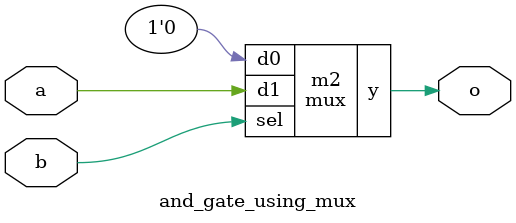
<source format=sv>

module mux
(
  input  d0, d1,
  input  sel,
  output y
);

  assign y = sel ? d1 : d0;

endmodule

//----------------------------------------------------------------------------
// Task
//----------------------------------------------------------------------------

module and_gate_using_mux
(
    input  a,
    input  b,
    output o
); 
mux m2 (.d0(0),.d1(a),.sel(b),.y(o));

  // Task:
  // Implement and gate using instance(s) of mux,
  // constants 0 and 1, and wire connections


endmodule

</source>
